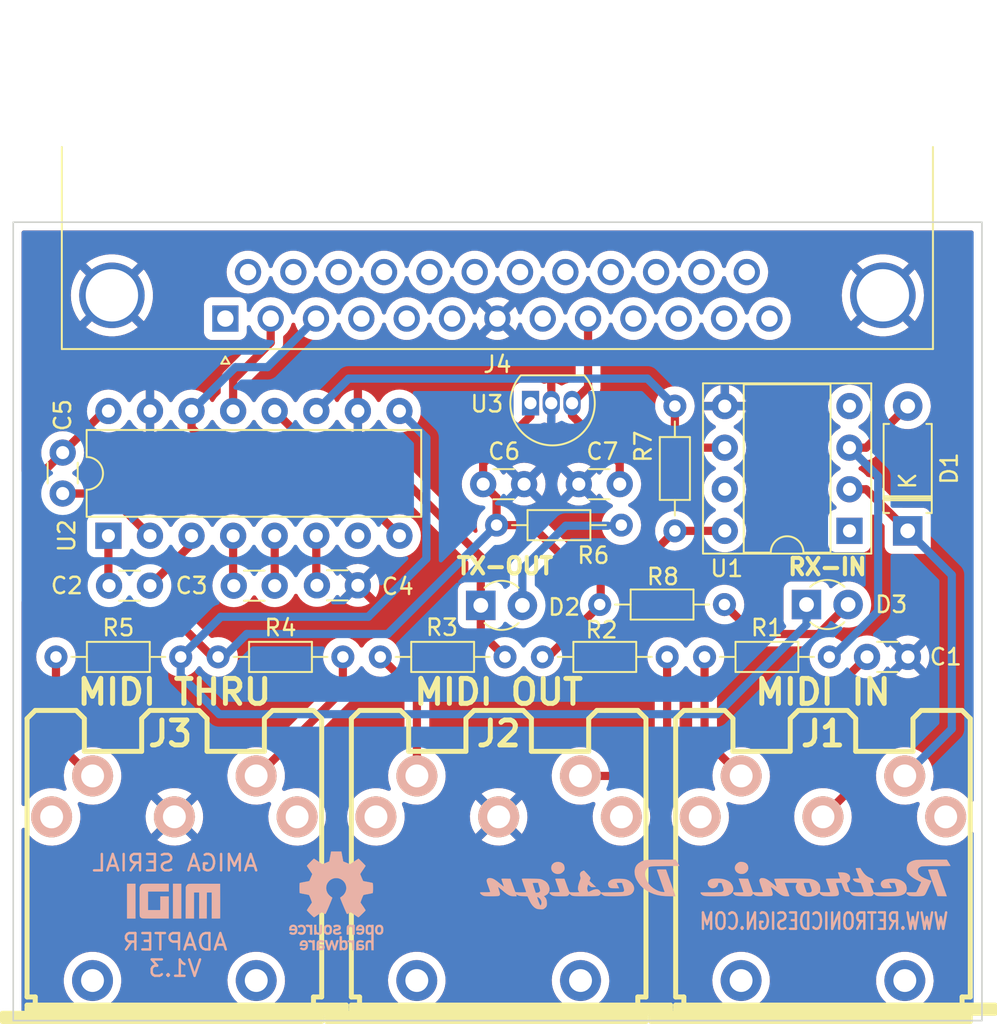
<source format=kicad_pcb>
(kicad_pcb (version 20211014) (generator pcbnew)
  (title_block (title "AMIGA SERIAL MIDI INTERFACE") (date "2023-03-31") (rev "v1.1") (company "RETRONIC DESIGN") (comment 1 "Francis Gradel, B.Ing."))
  (layers (0 "F.Cu" signal) (31 "B.Cu" signal) (34 "B.Paste" user) (35 "F.Paste" user) (36 "B.SilkS" user "B.Silkscreen") (37 "F.SilkS" user "F.Silkscreen") (38 "B.Mask" user) (39 "F.Mask" user) (44 "Edge.Cuts" user))
  (net 0 "")
  (net 1 "Net-(D1-Pad1)")
  (net 2 "Net-(D1-Pad2)")
  (net 4 "/TXD")
  (net 5 "/RXD")
  (net 9 "GND")
  (net 11 "/+12V")
  (net 31 "+5V")
  (net 32 "Net-(C2-Pad2)")
  (net 33 "Net-(C5-Pad2)")
  (net 34 "Net-(C2-Pad1)")
  (net 35 "Net-(C3-Pad1)")
  (net 36 "Net-(C3-Pad2)")
  (net 37 "Net-(C4-Pad1)")
  (net 39 "Net-(D2-Pad1)")
  (net 40 "Net-(D2-Pad2)")
  (net 41 "Net-(C1-Pad1)")
  (net 42 "Net-(D3-Pad1)")
  (net 43 "Net-(R7-Pad2)")
  (net 44 "Net-(J1-Pad5)")
  (net 51 "Net-(D3-Pad2)")
  (net 52 "Net-(J2-Pad4)")
  (net 53 "Net-(J2-Pad5)")
  (net 54 "Net-(J3-Pad4)")
  (net 55 "Net-(J3-Pad5)")
  (footprint "Package_DIP:DIP-8_W7.62mm_Socket" (layer "F.Cu") (at 169.2 94.8 180)
    (fp_text reference "U1" (at 7.5 -2.3) (layer "F.SilkS"))
    (fp_text value "6N136S")
    (pad "1" thru_hole rect (at 0 0 180) (size 1.6 1.6) (drill 0.8) (layers *.Cu *.Mask))
    (pad "2" thru_hole oval (at 0 2.54 180) (size 1.6 1.6) (drill 0.8) (layers *.Cu *.Mask) (net 1 "Net-(D1-Pad1)"))
    (pad "3" thru_hole oval (at 0 5.08 180) (size 1.6 1.6) (drill 0.8) (layers *.Cu *.Mask) (net 2 "Net-(D1-Pad2)"))
    (pad "4" thru_hole oval (at 0 7.62 180) (size 1.6 1.6) (drill 0.8) (layers *.Cu *.Mask))
    (pad "5" thru_hole oval (at 7.62 7.62 180) (size 1.6 1.6) (drill 0.8) (layers *.Cu *.Mask) (net 9 "GND"))
    (pad "6" thru_hole oval (at 7.62 5.08 180) (size 1.6 1.6) (drill 0.8) (layers *.Cu *.Mask) (net 43 "Net-(R7-Pad2)"))
    (pad "7" thru_hole oval (at 7.62 2.54 180) (size 1.6 1.6) (drill 0.8) (layers *.Cu *.Mask))
    (pad "8" thru_hole oval (at 7.62 0 180) (size 1.6 1.6) (drill 0.8) (layers *.Cu *.Mask) (net 31 "+5V"))
  )
  (footprint "Resistor_THT:R_Axial_DIN0204_L3.6mm_D1.6mm_P7.62mm_Horizontal" (layer "F.Cu") (at 130.628 102.5)
    (fp_text reference "R4" (at 3.81 -1.778) (layer "F.SilkS"))
    (fp_text value "220")
    (pad "1" thru_hole circle (at 0 0) (size 1.4 1.4) (drill 0.7) (layers *.Cu *.Mask) (net 31 "+5V"))
    (pad "2" thru_hole oval (at 7.62 0) (size 1.4 1.4) (drill 0.7) (layers *.Cu *.Mask) (net 54 "Net-(J3-Pad4)"))
  )
  (footprint "Resistor_THT:R_Axial_DIN0204_L3.6mm_D1.6mm_P7.62mm_Horizontal" (layer "F.Cu") (at 150.44 102.5)
    (fp_text reference "R2" (at 3.61 -1.65) (layer "F.SilkS"))
    (fp_text value "220")
    (pad "1" thru_hole circle (at 0 0) (size 1.4 1.4) (drill 0.7) (layers *.Cu *.Mask) (net 31 "+5V"))
    (pad "2" thru_hole oval (at 7.62 0) (size 1.4 1.4) (drill 0.7) (layers *.Cu *.Mask) (net 52 "Net-(J2-Pad4)"))
  )
  (footprint "Connector_Dsub:DSUB-25_Female_Horizontal_P2.77x2.84mm_EdgePinOffset7.70mm_Housed_MountingHolesOffset9.12mm" (layer "F.Cu") (at 131.069 81.834 180)
    (fp_text reference "J4" (at -16.62 -2.8 180) (layer "F.SilkS"))
    (fp_text value "DB25_Female")
    (pad "0" thru_hole circle (at 6.93 1.42 180) (size 4 4) (drill 3.2) (layers *.Cu *.Mask) (net 9 "GND"))
    (pad "0" thru_hole circle (at -40.17 1.42 180) (size 4 4) (drill 3.2) (layers *.Cu *.Mask) (net 9 "GND"))
    (pad "1" thru_hole rect (at 0 0 180) (size 1.6 1.6) (drill 1) (layers *.Cu *.Mask))
    (pad "2" thru_hole circle (at -2.77 0 180) (size 1.6 1.6) (drill 1) (layers *.Cu *.Mask) (net 4 "/TXD"))
    (pad "3" thru_hole circle (at -5.54 0 180) (size 1.6 1.6) (drill 1) (layers *.Cu *.Mask) (net 5 "/RXD"))
    (pad "4" thru_hole circle (at -8.31 0 180) (size 1.6 1.6) (drill 1) (layers *.Cu *.Mask))
    (pad "5" thru_hole circle (at -11.08 0 180) (size 1.6 1.6) (drill 1) (layers *.Cu *.Mask))
    (pad "6" thru_hole circle (at -13.85 0 180) (size 1.6 1.6) (drill 1) (layers *.Cu *.Mask))
    (pad "7" thru_hole circle (at -16.62 0 180) (size 1.6 1.6) (drill 1) (layers *.Cu *.Mask) (net 9 "GND"))
    (pad "8" thru_hole circle (at -19.39 0 180) (size 1.6 1.6) (drill 1) (layers *.Cu *.Mask))
    (pad "9" thru_hole circle (at -22.16 0 180) (size 1.6 1.6) (drill 1) (layers *.Cu *.Mask) (net 11 "/+12V"))
    (pad "10" thru_hole circle (at -24.93 0 180) (size 1.6 1.6) (drill 1) (layers *.Cu *.Mask))
    (pad "11" thru_hole circle (at -27.7 0 180) (size 1.6 1.6) (drill 1) (layers *.Cu *.Mask))
    (pad "12" thru_hole circle (at -30.47 0 180) (size 1.6 1.6) (drill 1) (layers *.Cu *.Mask))
    (pad "13" thru_hole circle (at -33.24 0 180) (size 1.6 1.6) (drill 1) (layers *.Cu *.Mask))
    (pad "14" thru_hole circle (at -1.385 2.84 180) (size 1.6 1.6) (drill 1) (layers *.Cu *.Mask))
    (pad "15" thru_hole circle (at -4.155 2.84 180) (size 1.6 1.6) (drill 1) (layers *.Cu *.Mask))
    (pad "16" thru_hole circle (at -6.925 2.84 180) (size 1.6 1.6) (drill 1) (layers *.Cu *.Mask))
    (pad "17" thru_hole circle (at -9.695 2.84 180) (size 1.6 1.6) (drill 1) (layers *.Cu *.Mask))
    (pad "18" thru_hole circle (at -12.465 2.84 180) (size 1.6 1.6) (drill 1) (layers *.Cu *.Mask))
    (pad "19" thru_hole circle (at -15.235 2.84 180) (size 1.6 1.6) (drill 1) (layers *.Cu *.Mask))
    (pad "20" thru_hole circle (at -18.005 2.84 180) (size 1.6 1.6) (drill 1) (layers *.Cu *.Mask))
    (pad "21" thru_hole circle (at -20.775 2.84 180) (size 1.6 1.6) (drill 1) (layers *.Cu *.Mask))
    (pad "22" thru_hole circle (at -23.545 2.84 180) (size 1.6 1.6) (drill 1) (layers *.Cu *.Mask))
    (pad "23" thru_hole circle (at -26.315 2.84 180) (size 1.6 1.6) (drill 1) (layers *.Cu *.Mask))
    (pad "24" thru_hole circle (at -29.085 2.84 180) (size 1.6 1.6) (drill 1) (layers *.Cu *.Mask))
    (pad "25" thru_hole circle (at -31.855 2.84 180) (size 1.6 1.6) (drill 1) (layers *.Cu *.Mask))
  )
  (footprint "Capacitor_THT:C_Disc_D3.0mm_W1.6mm_P2.50mm" (layer "F.Cu") (at 121.131 90.02 -90)
    (fp_text reference "C5" (at -2.286 0 90) (layer "F.SilkS"))
    (fp_text value "0.1uF")
    (pad "1" thru_hole circle (at 0 0 270) (size 1.6 1.6) (drill 0.8) (layers *.Cu *.Mask) (net 31 "+5V"))
    (pad "2" thru_hole circle (at 2.5 0 270) (size 1.6 1.6) (drill 0.8) (layers *.Cu *.Mask) (net 33 "Net-(C5-Pad2)"))
  )
  (footprint "LED_THT:LED_D3.0mm" (layer "F.Cu") (at 146.675 99.35)
    (fp_text reference "D2" (at 5.095 0.11) (layer "F.SilkS"))
    (fp_text value "LED")
    (pad "1" thru_hole rect (at 0 0) (size 1.8 1.8) (drill 0.9) (layers *.Cu *.Mask) (net 39 "Net-(D2-Pad1)"))
    (pad "2" thru_hole circle (at 2.54 0) (size 1.8 1.8) (drill 0.9) (layers *.Cu *.Mask) (net 40 "Net-(D2-Pad2)"))
  )
  (footprint "Diode_THT:D_A-405_P7.62mm_Horizontal" (layer "F.Cu") (at 172.756 94.8 90)
    (fp_text reference "D1" (at 3.81 2.54 90) (layer "F.SilkS"))
    (fp_text value "1N4148WT")
    (fp_text user "K" (at 3.048 0 90) (layer "F.SilkS"))
    (pad "1" thru_hole rect (at 0 0 90) (size 1.8 1.8) (drill 0.9) (layers *.Cu *.Mask) (net 1 "Net-(D1-Pad1)"))
    (pad "2" thru_hole oval (at 7.62 0 90) (size 1.8 1.8) (drill 0.9) (layers *.Cu *.Mask) (net 2 "Net-(D1-Pad2)"))
  )
  (footprint "Resistor_THT:R_Axial_DIN0204_L3.6mm_D1.6mm_P7.62mm_Horizontal" (layer "F.Cu") (at 128.342 102.5 180)
    (fp_text reference "R5" (at 3.81 1.778) (layer "F.SilkS"))
    (fp_text value "220")
    (pad "1" thru_hole circle (at 0 0 180) (size 1.4 1.4) (drill 0.7) (layers *.Cu *.Mask) (net 42 "Net-(D3-Pad1)"))
    (pad "2" thru_hole oval (at 7.62 0 180) (size 1.4 1.4) (drill 0.7) (layers *.Cu *.Mask) (net 55 "Net-(J3-Pad5)"))
  )
  (footprint "Capacitor_THT:C_Disc_D3.0mm_W1.6mm_P2.50mm" (layer "F.Cu") (at 126.465 98.148 180)
    (fp_text reference "C2" (at 5.08 0) (layer "F.SilkS"))
    (fp_text value "0.1uF")
    (pad "1" thru_hole circle (at 0 0 180) (size 1.6 1.6) (drill 0.8) (layers *.Cu *.Mask) (net 34 "Net-(C2-Pad1)"))
    (pad "2" thru_hole circle (at 2.5 0 180) (size 1.6 1.6) (drill 0.8) (layers *.Cu *.Mask) (net 32 "Net-(C2-Pad2)"))
  )
  (footprint "Capacitor_THT:C_Disc_D3.0mm_W1.6mm_P2.50mm" (layer "F.Cu") (at 155.1628 91.948 180)
    (fp_text reference "C7" (at 1.0628 1.998) (layer "F.SilkS"))
    (fp_text value "0.1uF")
    (pad "1" thru_hole circle (at 0 0 180) (size 1.6 1.6) (drill 0.8) (layers *.Cu *.Mask) (net 11 "/+12V"))
    (pad "2" thru_hole circle (at 2.5 0 180) (size 1.6 1.6) (drill 0.8) (layers *.Cu *.Mask) (net 9 "GND"))
  )
  (footprint "Downloads:MIDI_DIN5" (layer "F.Cu") (at 147.767 115.2677)
    (fp_text reference "J2" (at 0 -8.07974) (layer "F.SilkS") (effects (font (size 1.524 1.524) (thickness 0.3048))))
    (fp_text value "MIDI OUT" (at 0 -10.61974) (layer "F.SilkS") (effects (font (size 1.524 1.524) (thickness 0.3048))))
    (pad "" thru_hole circle locked (at 5.00126 6.9977) (size 2.49936 2.49936) (drill 1.397) (layers *.Cu *.Mask))
    (pad "" thru_hole circle locked (at -5.00126 6.9977) (size 2.49936 2.49936) (drill 1.397) (layers *.Cu *.Mask))
    (pad "1" thru_hole circle locked (at 7.49808 -2.9972) (size 2.49936 2.49936) (drill 1.397) (layers *.Cu *.SilkS *.Mask))
    (pad "2" thru_hole circle locked (at 0 -2.99974) (size 2.49936 2.49936) (drill 1.397) (layers *.Cu *.SilkS *.Mask) (net 9 "GND"))
    (pad "3" thru_hole circle locked (at -7.49808 -2.9972) (size 2.49936 2.49936) (drill 1.397) (layers *.Cu *.SilkS *.Mask))
    (pad "4" thru_hole circle locked (at 4.99618 -5.4991) (size 2.49936 2.49936) (drill 1.397) (layers *.Cu *.SilkS *.Mask) (net 52 "Net-(J2-Pad4)"))
    (pad "5" thru_hole circle locked (at -4.99618 -5.4991) (size 2.49936 2.49936) (drill 1.397) (layers *.Cu *.SilkS *.Mask) (net 53 "Net-(J2-Pad5)"))
  )
  (footprint "Package_TO_SOT_THT:TO-92L_Inline" (layer "F.Cu") (at 152.25 87 180)
    (fp_text reference "U3" (at 5.2 -0.05) (layer "F.SilkS"))
    (fp_text value "L4931-5.0")
    (pad "1" thru_hole rect (at 2.54 0 180) (size 1.05 1.5) (drill 0.75) (layers *.Cu *.Mask) (net 31 "+5V"))
    (pad "2" thru_hole oval (at 1.27 0 180) (size 1.05 1.5) (drill 0.75) (layers *.Cu *.Mask) (net 9 "GND"))
    (pad "3" thru_hole oval (at 0 0 180) (size 1.05 1.5) (drill 0.75) (layers *.Cu *.Mask) (net 11 "/+12V"))
  )
  (footprint "Downloads:MIDI_DIN5" (layer "F.Cu") (at 127.955 115.2677)
    (fp_text reference "J3" (at -0.254 -8.07974) (layer "F.SilkS") (effects (font (size 1.524 1.524) (thickness 0.3048))))
    (fp_text value "MIDI THRU" (at 0 -10.61974) (layer "F.SilkS") (effects (font (size 1.524 1.524) (thickness 0.3048))))
    (pad "" thru_hole circle locked (at 5.00126 6.9977) (size 2.49936 2.49936) (drill 1.397) (layers *.Cu *.Mask))
    (pad "" thru_hole circle locked (at -5.00126 6.9977) (size 2.49936 2.49936) (drill 1.397) (layers *.Cu *.Mask))
    (pad "1" thru_hole circle locked (at 7.49808 -2.9972) (size 2.49936 2.49936) (drill 1.397) (layers *.Cu *.SilkS *.Mask))
    (pad "2" thru_hole circle locked (at 0 -2.99974) (size 2.49936 2.49936) (drill 1.397) (layers *.Cu *.SilkS *.Mask) (net 9 "GND"))
    (pad "3" thru_hole circle locked (at -7.49808 -2.9972) (size 2.49936 2.49936) (drill 1.397) (layers *.Cu *.SilkS *.Mask))
    (pad "4" thru_hole circle locked (at 4.99618 -5.4991) (size 2.49936 2.49936) (drill 1.397) (layers *.Cu *.SilkS *.Mask) (net 54 "Net-(J3-Pad4)"))
    (pad "5" thru_hole circle locked (at -4.99618 -5.4991) (size 2.49936 2.49936) (drill 1.397) (layers *.Cu *.SilkS *.Mask) (net 55 "Net-(J3-Pad5)"))
  )
  (footprint "LED_THT:LED_D3.0mm" (layer "F.Cu") (at 166.575 99.3)
    (fp_text reference "D3" (at 5.175 0) (layer "F.SilkS"))
    (fp_text value "LED")
    (pad "1" thru_hole rect (at 0 0) (size 1.8 1.8) (drill 0.9) (layers *.Cu *.Mask) (net 42 "Net-(D3-Pad1)"))
    (pad "2" thru_hole circle (at 2.54 0) (size 1.8 1.8) (drill 0.9) (layers *.Cu *.Mask) (net 51 "Net-(D3-Pad2)"))
  )
  (footprint "Resistor_THT:R_Axial_DIN0204_L3.6mm_D1.6mm_P7.62mm_Horizontal" (layer "F.Cu") (at 153.94 99.3)
    (fp_text reference "R8" (at 3.86 -1.7) (layer "F.SilkS"))
    (fp_text value "1K")
    (pad "1" thru_hole circle (at 0 0) (size 1.4 1.4) (drill 0.7) (layers *.Cu *.Mask) (net 31 "+5V"))
    (pad "2" thru_hole oval (at 7.62 0) (size 1.4 1.4) (drill 0.7) (layers *.Cu *.Mask) (net 51 "Net-(D3-Pad2)"))
  )
  (footprint "Resistor_THT:R_Axial_DIN0204_L3.6mm_D1.6mm_P7.62mm_Horizontal" (layer "F.Cu") (at 167.966 102.5 180)
    (fp_text reference "R1" (at 3.81 1.778) (layer "F.SilkS"))
    (fp_text value "220")
    (pad "1" thru_hole circle (at 0 0 180) (size 1.4 1.4) (drill 0.7) (layers *.Cu *.Mask) (net 2 "Net-(D1-Pad2)"))
    (pad "2" thru_hole oval (at 7.62 0 180) (size 1.4 1.4) (drill 0.7) (layers *.Cu *.Mask) (net 44 "Net-(J1-Pad5)"))
  )
  (footprint "Downloads:MIDI_DIN5" (layer "F.Cu") (at 167.579 115.2677)
    (fp_text reference "J1" (at 0 -8.07974) (layer "F.SilkS") (effects (font (size 1.524 1.524) (thickness 0.3048))))
    (fp_text value "MIDI IN" (at 0 -10.61974) (layer "F.SilkS") (effects (font (size 1.524 1.524) (thickness 0.3048))))
    (pad "" thru_hole circle locked (at 5.00126 6.9977) (size 2.49936 2.49936) (drill 1.397) (layers *.Cu *.Mask))
    (pad "" thru_hole circle locked (at -5.00126 6.9977) (size 2.49936 2.49936) (drill 1.397) (layers *.Cu *.Mask))
    (pad "1" thru_hole circle locked (at 7.49808 -2.9972) (size 2.49936 2.49936) (drill 1.397) (layers *.Cu *.SilkS *.Mask))
    (pad "2" thru_hole circle locked (at 0 -2.99974) (size 2.49936 2.49936) (drill 1.397) (layers *.Cu *.SilkS *.Mask) (net 41 "Net-(C1-Pad1)"))
    (pad "3" thru_hole circle locked (at -7.49808 -2.9972) (size 2.49936 2.49936) (drill 1.397) (layers *.Cu *.SilkS *.Mask))
    (pad "4" thru_hole circle locked (at 4.99618 -5.4991) (size 2.49936 2.49936) (drill 1.397) (layers *.Cu *.SilkS *.Mask) (net 1 "Net-(D1-Pad1)"))
    (pad "5" thru_hole circle locked (at -4.99618 -5.4991) (size 2.49936 2.49936) (drill 1.397) (layers *.Cu *.SilkS *.Mask) (net 44 "Net-(J1-Pad5)"))
  )
  (footprint "Capacitor_THT:C_Disc_D3.0mm_W1.6mm_P2.50mm" (layer "F.Cu") (at 149.3208 91.948 180)
    (fp_text reference "C6" (at 1.2208 1.998) (layer "F.SilkS"))
    (fp_text value "0.1uF")
    (pad "1" thru_hole circle (at 0 0 180) (size 1.6 1.6) (drill 0.8) (layers *.Cu *.Mask) (net 9 "GND"))
    (pad "2" thru_hole circle (at 2.5 0 180) (size 1.6 1.6) (drill 0.8) (layers *.Cu *.Mask) (net 31 "+5V"))
  )
  (footprint "Resistor_THT:R_Axial_DIN0204_L3.6mm_D1.6mm_P7.62mm_Horizontal" (layer "F.Cu") (at 148.154 102.5 180)
    (fp_text reference "R3" (at 3.854 1.8) (layer "F.SilkS"))
    (fp_text value "220")
    (pad "1" thru_hole circle (at 0 0 180) (size 1.4 1.4) (drill 0.7) (layers *.Cu *.Mask) (net 39 "Net-(D2-Pad1)"))
    (pad "2" thru_hole oval (at 7.62 0 180) (size 1.4 1.4) (drill 0.7) (layers *.Cu *.Mask) (net 53 "Net-(J2-Pad5)"))
  )
  (footprint "Capacitor_THT:C_Disc_D3.0mm_W1.6mm_P2.50mm" (layer "F.Cu") (at 170.272 102.5)
    (fp_text reference "C1" (at 4.806 0) (layer "F.SilkS"))
    (fp_text value "0.1uF")
    (pad "1" thru_hole circle (at 0 0) (size 1.6 1.6) (drill 0.8) (layers *.Cu *.Mask) (net 41 "Net-(C1-Pad1)"))
    (pad "2" thru_hole circle (at 2.5 0) (size 1.6 1.6) (drill 0.8) (layers *.Cu *.Mask) (net 9 "GND"))
  )
  (footprint "Capacitor_THT:C_Disc_D3.0mm_W1.6mm_P2.50mm" (layer "F.Cu") (at 131.585 98.148)
    (fp_text reference "C3" (at -2.58 0) (layer "F.SilkS"))
    (fp_text value "0.1uF")
    (pad "1" thru_hole circle (at 0 0) (size 1.6 1.6) (drill 0.8) (layers *.Cu *.Mask) (net 35 "Net-(C3-Pad1)"))
    (pad "2" thru_hole circle (at 2.5 0) (size 1.6 1.6) (drill 0.8) (layers *.Cu *.Mask) (net 36 "Net-(C3-Pad2)"))
  )
  (footprint "Resistor_THT:R_Axial_DIN0204_L3.6mm_D1.6mm_P7.62mm_Horizontal" (layer "F.Cu") (at 158.532 94.8 90)
    (fp_text reference "R7" (at 5.15 -1.932 90) (layer "F.SilkS"))
    (fp_text value "3.3K")
    (pad "1" thru_hole circle (at 0 0 90) (size 1.4 1.4) (drill 0.7) (layers *.Cu *.Mask) (net 31 "+5V"))
    (pad "2" thru_hole oval (at 7.62 0 90) (size 1.4 1.4) (drill 0.7) (layers *.Cu *.Mask) (net 43 "Net-(R7-Pad2)"))
  )
  (footprint "Resistor_THT:R_Axial_DIN0204_L3.6mm_D1.6mm_P7.62mm_Horizontal" (layer "F.Cu") (at 147.64 94.45)
    (fp_text reference "R6" (at 5.91 1.85) (layer "F.SilkS"))
    (fp_text value "1K")
    (pad "1" thru_hole circle (at 0 0) (size 1.4 1.4) (drill 0.7) (layers *.Cu *.Mask) (net 31 "+5V"))
    (pad "2" thru_hole oval (at 7.62 0) (size 1.4 1.4) (drill 0.7) (layers *.Cu *.Mask) (net 40 "Net-(D2-Pad2)"))
  )
  (footprint "Capacitor_THT:C_Disc_D3.0mm_W1.6mm_P2.50mm" (layer "F.Cu") (at 136.665 98.128)
    (fp_text reference "C4" (at 4.935 0.072) (layer "F.SilkS"))
    (fp_text value "0.1uF")
    (pad "1" thru_hole circle (at 0 0) (size 1.6 1.6) (drill 0.8) (layers *.Cu *.Mask) (net 37 "Net-(C4-Pad1)"))
    (pad "2" thru_hole circle (at 2.5 0) (size 1.6 1.6) (drill 0.8) (layers *.Cu *.Mask) (net 9 "GND"))
  )
  (footprint "Package_DIP:DIP-16_W7.62mm" (layer "F.Cu") (at 123.925 95.1 90)
    (fp_text reference "U2" (at 0 -2.54 90) (layer "F.SilkS"))
    (fp_text value "MAX232")
    (pad "1" thru_hole rect (at 0 0 90) (size 1.6 1.6) (drill 0.8) (layers *.Cu *.Mask) (net 32 "Net-(C2-Pad2)"))
    (pad "2" thru_hole oval (at 0 2.54 90) (size 1.6 1.6) (drill 0.8) (layers *.Cu *.Mask) (net 33 "Net-(C5-Pad2)"))
    (pad "3" thru_hole oval (at 0 5.08 90) (size 1.6 1.6) (drill 0.8) (layers *.Cu *.Mask) (net 34 "Net-(C2-Pad1)"))
    (pad "4" thru_hole oval (at 0 7.62 90) (size 1.6 1.6) (drill 0.8) (layers *.Cu *.Mask) (net 35 "Net-(C3-Pad1)"))
    (pad "5" thru_hole oval (at 0 10.16 90) (size 1.6 1.6) (drill 0.8) (layers *.Cu *.Mask) (net 36 "Net-(C3-Pad2)"))
    (pad "6" thru_hole oval (at 0 12.7 90) (size 1.6 1.6) (drill 0.8) (layers *.Cu *.Mask) (net 37 "Net-(C4-Pad1)"))
    (pad "7" thru_hole oval (at 0 15.24 90) (size 1.6 1.6) (drill 0.8) (layers *.Cu *.Mask))
    (pad "8" thru_hole oval (at 0 17.78 90) (size 1.6 1.6) (drill 0.8) (layers *.Cu *.Mask) (net 5 "/RXD"))
    (pad "9" thru_hole oval (at 7.62 17.78 90) (size 1.6 1.6) (drill 0.8) (layers *.Cu *.Mask) (net 42 "Net-(D3-Pad1)"))
    (pad "10" thru_hole oval (at 7.62 15.24 90) (size 1.6 1.6) (drill 0.8) (layers *.Cu *.Mask) (net 9 "GND"))
    (pad "11" thru_hole oval (at 7.62 12.7 90) (size 1.6 1.6) (drill 0.8) (layers *.Cu *.Mask) (net 43 "Net-(R7-Pad2)"))
    (pad "12" thru_hole oval (at 7.62 10.16 90) (size 1.6 1.6) (drill 0.8) (layers *.Cu *.Mask) (net 39 "Net-(D2-Pad1)"))
    (pad "13" thru_hole oval (at 7.62 7.62 90) (size 1.6 1.6) (drill 0.8) (layers *.Cu *.Mask) (net 4 "/TXD"))
    (pad "14" thru_hole oval (at 7.62 5.08 90) (size 1.6 1.6) (drill 0.8) (layers *.Cu *.Mask) (net 5 "/RXD"))
    (pad "15" thru_hole oval (at 7.62 2.54 90) (size 1.6 1.6) (drill 0.8) (layers *.Cu *.Mask) (net 9 "GND"))
    (pad "16" thru_hole oval (at 7.62 0 90) (size 1.6 1.6) (drill 0.8) (layers *.Cu *.Mask) (net 31 "+5V"))
  )
  (footprint "Symbol:OSHW-Logo_5.7x6mm_Copper" (layer "B.Cu") (at 137.85 117.4 180)
    (fp_text reference "REF**" hide)
    (fp_text value "OSHW-Logo_5.7x6mm_Copper" hide)
  )
  (footprint "Symbol:RetronicDesign" (layer "B.Cu") (at 160.688879 116.389703 180)
    (fp_text reference "G***" hide)
    (fp_text value "LOGO" hide)
  )
  (footprint "Symbol:MIDI" (layer "B.Cu") (at 127.85 117.4 180)
    (fp_text reference "G***" hide)
    (fp_text value "LOGO" hide)
  )
  (gr_rect (start 177.292 75.946) (end 118.11 124.714) (layer "Edge.Cuts") (width 0.1) (fill none))
  (gr_text "AMIGA SERIAL\n\n\nADAPTER\nV1.3" (at 128 118.3) (layer "B.SilkS") (effects (font (size 1 1)) (justify mirror)))
  (gr_text "WWW.RETRONICDESIGN.COM" (at 167.64 118.65) (layer "B.SilkS") (effects (font (size 1 0.75)) (justify mirror)))
  (gr_text "TX-OUT" (at 148.15 96.95) (layer "F.SilkS") (effects (font (size 1 1) (thickness 0.25))))
  (gr_text "RX-IN" (at 167.85 97) (layer "F.SilkS") (effects (font (size 1 1) (thickness 0.25))))
  (segment (start 169.2 92.26) (end 170.216 92.26) (width 0.5) (layer "F.Cu") (net 1))
  (segment (start 170.216 92.26) (end 172.756 94.8) (width 0.5) (layer "F.Cu") (net 1))
  (segment (start 172.756 94.8) (end 175.45 97.494) (width 0.5) (layer "B.Cu") (net 1))
  (segment (start 175.45 106.89378) (end 172.57518 109.7686) (width 0.5) (layer "B.Cu") (net 1))
  (segment (start 175.45 97.494) (end 175.45 106.89378) (width 0.5) (layer "B.Cu") (net 1))
  (segment (start 169.2 89.72) (end 170.216 89.72) (width 0.5) (layer "F.Cu") (net 2))
  (segment (start 170.216 89.72) (end 172.756 87.18) (width 0.5) (layer "F.Cu") (net 2))
  (segment (start 168.15 102.5) (end 167.966 102.5) (width 0.5) (layer "B.Cu") (net 2))
  (segment (start 170.95 91.47) (end 170.95 99.7) (width 0.5) (layer "B.Cu") (net 2))
  (segment (start 169.2 89.72) (end 170.95 91.47) (width 0.5) (layer "B.Cu") (net 2))
  (segment (start 170.95 99.7) (end 168.15 102.5) (width 0.5) (layer "B.Cu") (net 2))
  (segment (start 133.839 83.311) (end 131.545 85.605) (width 0.5) (layer "F.Cu") (net 4))
  (segment (start 131.545 85.605) (end 131.545 87.48) (width 0.5) (layer "F.Cu") (net 4))
  (segment (start 133.839 81.834) (end 133.839 83.311) (width 0.5) (layer "F.Cu") (net 4))
  (segment (start 131.545 87.378) (end 131.545 87.48) (width 0.5) (layer "F.Cu") (net 4))
  (segment (start 141.705 95.1) (end 139.605 93) (width 0.5) (layer "F.Cu") (net 5))
  (segment (start 133.5 93) (end 129.005 88.505) (width 0.5) (layer "F.Cu") (net 5))
  (segment (start 139.605 93) (end 133.5 93) (width 0.5) (layer "F.Cu") (net 5))
  (segment (start 129.005 88.505) (end 129.005 87.48) (width 0.5) (layer "F.Cu") (net 5))
  (segment (start 136.609 81.834) (end 133.643 84.8) (width 0.5) (layer "B.Cu") (net 5))
  (segment (start 131.685 84.8) (end 129.005 87.48) (width 0.5) (layer "B.Cu") (net 5))
  (segment (start 133.643 84.8) (end 131.685 84.8) (width 0.5) (layer "B.Cu") (net 5))
  (segment (start 152.25 87.75) (end 155.1628 90.6628) (width 0.5) (layer "F.Cu") (net 11))
  (segment (start 153.229 81.834) (end 153.229 86.021) (width 0.5) (layer "F.Cu") (net 11))
  (segment (start 155.1628 90.6628) (end 155.1628 91.948) (width 0.5) (layer "F.Cu") (net 11))
  (segment (start 152.25 87) (end 152.25 87.75) (width 0.5) (layer "F.Cu") (net 11))
  (segment (start 153.229 86.021) (end 152.25 87) (width 0.5) (layer "F.Cu") (net 11))
  (segment (start 155.15 91.9352) (end 155.1628 91.948) (width 0.5) (layer "F.Cu") (net 11))
  (segment (start 146.8208 91.948) (end 147.64 92.7672) (width 0.5) (layer "F.Cu") (net 31))
  (segment (start 123.671 87.48) (end 121.131 90.02) (width 0.5) (layer "F.Cu") (net 31))
  (segment (start 149.75 94.45) (end 152.05 96.75) (width 0.5) (layer "F.Cu") (net 31))
  (segment (start 158.532 94.8) (end 156.582 96.75) (width 0.5) (layer "F.Cu") (net 31))
  (segment (start 154.05 96.75) (end 154 96.8) (width 0.5) (layer "F.Cu") (net 31))
  (segment (start 120.75 99.9) (end 119.35 98.5) (width 0.5) (layer "F.Cu") (net 31))
  (segment (start 123.925 87.48) (end 123.671 87.48) (width 0.5) (layer "F.Cu") (net 31))
  (segment (start 150.79 102.5) (end 150.44 102.5) (width 0.5) (layer "F.Cu") (net 31))
  (segment (start 147.64 94.45) (end 149.75 94.45) (width 0.5) (layer "F.Cu") (net 31))
  (segment (start 127.678 99.9) (end 120.75 99.9) (width 0.5) (layer "F.Cu") (net 31))
  (segment (start 130.628 102.85) (end 127.678 99.9) (width 0.5) (layer "F.Cu") (net 31))
  (segment (start 154.44 96.75) (end 154.05 96.75) (width 0.5) (layer "F.Cu") (net 31))
  (segment (start 149.71 87.79) (end 146.8208 90.6792) (width 0.5) (layer "F.Cu") (net 31))
  (segment (start 146.8208 90.6792) (end 146.8208 91.948) (width 0.5) (layer "F.Cu") (net 31))
  (segment (start 156.582 96.75) (end 154.44 96.75) (width 0.5) (layer "F.Cu") (net 31))
  (segment (start 147.64 92.7672) (end 147.64 94.45) (width 0.5) (layer "F.Cu") (net 31))
  (segment (start 119.35 98.5) (end 119.35 91.801) (width 0.5) (layer "F.Cu") (net 31))
  (segment (start 149.71 87) (end 149.71 87.79) (width 0.5) (layer "F.Cu") (net 31))
  (segment (start 119.35 91.801) (end 121.131 90.02) (width 0.5) (layer "F.Cu") (net 31))
  (segment (start 158.532 94.8) (end 161.58 94.8) (width 0.5) (layer "F.Cu") (net 31))
  (segment (start 146.8 91.9272) (end 146.8208 91.948) (width 0.5) (layer "F.Cu") (net 31))
  (segment (start 154 96.8) (end 154 99.29) (width 0.5) (layer "F.Cu") (net 31))
  (segment (start 154 99.29) (end 150.79 102.5) (width 0.5) (layer "F.Cu") (net 31))
  (segment (start 152.05 96.75) (end 154.44 96.75) (width 0.5) (layer "F.Cu") (net 31))
  (segment (start 140.99 101.1) (end 132.378 101.1) (width 0.5) (layer "B.Cu") (net 31))
  (segment (start 147.64 94.45) (end 140.99 101.1) (width 0.5) (layer "B.Cu") (net 31))
  (segment (start 132.378 101.1) (end 130.628 102.85) (width 0.5) (layer "B.Cu") (net 31))
  (segment (start 123.925 95.1) (end 123.925 98.108) (width 0.5) (layer "F.Cu") (net 32))
  (segment (start 123.925 98.108) (end 123.965 98.148) (width 0.5) (layer "F.Cu") (net 32))
  (segment (start 123.885 92.52) (end 126.465 95.1) (width 0.5) (layer "F.Cu") (net 33))
  (segment (start 121.131 92.52) (end 123.885 92.52) (width 0.5) (layer "F.Cu") (net 33))
  (segment (start 129.005 95.1) (end 129.005 95.608) (width 0.5) (layer "F.Cu") (net 34))
  (segment (start 129.005 95.608) (end 126.465 98.148) (width 0.5) (layer "F.Cu") (net 34))
  (segment (start 131.545 95.1) (end 131.545 98.108) (width 0.5) (layer "F.Cu") (net 35))
  (segment (start 131.545 98.108) (end 131.585 98.148) (width 0.5) (layer "F.Cu") (net 35))
  (segment (start 134.085 95.1) (end 134.085 98.148) (width 0.5) (layer "F.Cu") (net 36))
  (segment (start 136.625 98.088) (end 136.665 98.128) (width 0.5) (layer "F.Cu") (net 37))
  (segment (start 136.625 95.1) (end 136.625 98.088) (width 0.5) (layer "F.Cu") (net 37))
  (segment (start 141.2 90.9) (end 146.675 96.375) (width 0.5) (layer "F.Cu") (net 39))
  (segment (start 146.15 99.35) (end 146.675 99.35) (width 0.5) (layer "F.Cu") (net 39))
  (segment (start 146.675 99.35) (end 146.675 101.021) (width 0.5) (layer "F.Cu") (net 39))
  (segment (start 146.675 96.375) (end 146.675 99.35) (width 0.5) (layer "F.Cu") (net 39))
  (segment (start 146.675 101.021) (end 148.154 102.5) (width 0.5) (layer "F.Cu") (net 39))
  (segment (start 137.505 90.9) (end 141.2 90.9) (width 0.5) (layer "F.Cu") (net 39))
  (segment (start 134.085 87.48) (end 137.505 90.9) (width 0.5) (layer "F.Cu") (net 39))
  (segment (start 151.862 94.488) (end 149.215 97.135) (width 0.5) (layer "B.Cu") (net 40))
  (segment (start 154.432 94.488) (end 151.862 94.488) (width 0.5) (layer "B.Cu") (net 40))
  (segment (start 149.215 97.135) (end 149.215 99.35) (width 0.5) (layer "B.Cu") (net 40))
  (segment (start 169.2 110.64696) (end 167.579 112.26796) (width 0.5) (layer "F.Cu") (net 41))
  (segment (start 169.2 103.572) (end 169.2 110.64696) (width 0.5) (layer "F.Cu") (net 41))
  (segment (start 170.272 102.5) (end 169.2 103.572) (width 0.5) (layer "F.Cu") (net 41))
  (segment (start 139.8 100.05) (end 130.792 100.05) (width 0.5) (layer "B.Cu") (net 42))
  (segment (start 130.7 106) (end 161.1 106) (width 0.5) (layer "B.Cu") (net 42))
  (segment (start 128.342 102.5) (end 128.342 103.642) (width 0.5) (layer "B.Cu") (net 42))
  (segment (start 161.1 106) (end 166.575 100.525) (width 0.5) (layer "B.Cu") (net 42))
  (segment (start 143.35 89.125) (end 143.35 96.5) (width 0.5) (layer "B.Cu") (net 42))
  (segment (start 141.705 87.48) (end 143.35 89.125) (width 0.5) (layer "B.Cu") (net 42))
  (segment (start 143.35 96.5) (end 139.8 100.05) (width 0.5) (layer "B.Cu") (net 42))
  (segment (start 130.792 100.05) (end 128.342 102.5) (width 0.5) (layer "B.Cu") (net 42))
  (segment (start 128.342 103.642) (end 130.7 106) (width 0.5) (layer "B.Cu") (net 42))
  (segment (start 166.575 100.525) (end 166.575 99.3) (width 0.5) (layer "B.Cu") (net 42))
  (segment (start 158.532 87.18) (end 158.532 88.582) (width 0.5) (layer "F.Cu") (net 43))
  (segment (start 158.532 88.582) (end 159.67 89.72) (width 0.5) (layer "F.Cu") (net 43))
  (segment (start 159.67 89.72) (end 161.58 89.72) (width 0.5) (layer "F.Cu") (net 43))
  (segment (start 138.605 85.5) (end 156.852 85.5) (width 0.5) (layer "B.Cu") (net 43))
  (segment (start 156.852 85.5) (end 158.532 87.18) (width 0.5) (layer "B.Cu") (net 43))
  (segment (start 136.625 87.48) (end 138.605 85.5) (width 0.5) (layer "B.Cu") (net 43))
  (segment (start 158.502 87.15) (end 158.532 87.18) (width 0.5) (layer "B.Cu") (net 43))
  (segment (start 136.625 87.48) (end 136.625 87.275) (width 0.5) (layer "B.Cu") (net 43))
  (segment (start 160.346 107.53178) (end 162.58282 109.7686) (width 0.5) (layer "F.Cu") (net 44))
  (segment (start 160.346 102.5) (end 160.346 107.53178) (width 0.5) (layer "F.Cu") (net 44))
  (segment (start 167.315 101.1) (end 169.115 99.3) (width 0.5) (layer "F.Cu") (net 51))
  (segment (start 163.36 101.1) (end 167.315 101.1) (width 0.5) (layer "F.Cu") (net 51))
  (segment (start 161.56 99.3) (end 161.56 99.76) (width 0.5) (layer "F.Cu") (net 51))
  (segment (start 161.56 99.3) (end 163.36 101.1) (width 0.5) (layer "F.Cu") (net 51))
  (segment (start 158.06 107.59) (end 155.8814 109.7686) (width 0.5) (layer "F.Cu") (net 52))
  (segment (start 155.8814 109.7686) (end 152.76318 109.7686) (width 0.5) (layer "F.Cu") (net 52))
  (segment (start 158.06 102.5) (end 158.06 107.59) (width 0.5) (layer "F.Cu") (net 52))
  (segment (start 142.77082 104.73682) (end 142.77082 109.7686) (width 0.5) (layer "F.Cu") (net 53))
  (segment (start 140.534 102.5) (end 142.77082 104.73682) (width 0.5) (layer "F.Cu") (net 53))
  (segment (start 138.248 104.552) (end 138.248 102.5) (width 0.5) (layer "F.Cu") (net 54))
  (segment (start 133.0314 109.7686) (end 138.248 104.552) (width 0.5) (layer "F.Cu") (net 54))
  (segment (start 132.95118 109.7686) (end 133.0314 109.7686) (width 0.5) (layer "F.Cu") (net 54))
  (segment (start 122.8186 109.7686) (end 122.95882 109.7686) (width 0.5) (layer "F.Cu") (net 55))
  (segment (start 120.722 107.672) (end 122.8186 109.7686) (width 0.5) (layer "F.Cu") (net 55))
  (segment (start 120.722 102.5) (end 120.722 107.672) (width 0.5) (layer "F.Cu") (net 55))
  (zone (net 9) (net_name "GND") (layers F&B.Cu) (connect_pads (clearance 0.508)) (min_thickness 0.254) (fill yes (thermal_gap 0.508) (thermal_bridge_width 0.508))
    (polygon (pts (xy 177.292 124.46) (xy 118.11 124.46) (xy 118.11 75.946) (xy 177.292 75.946)))
  )
)
</source>
